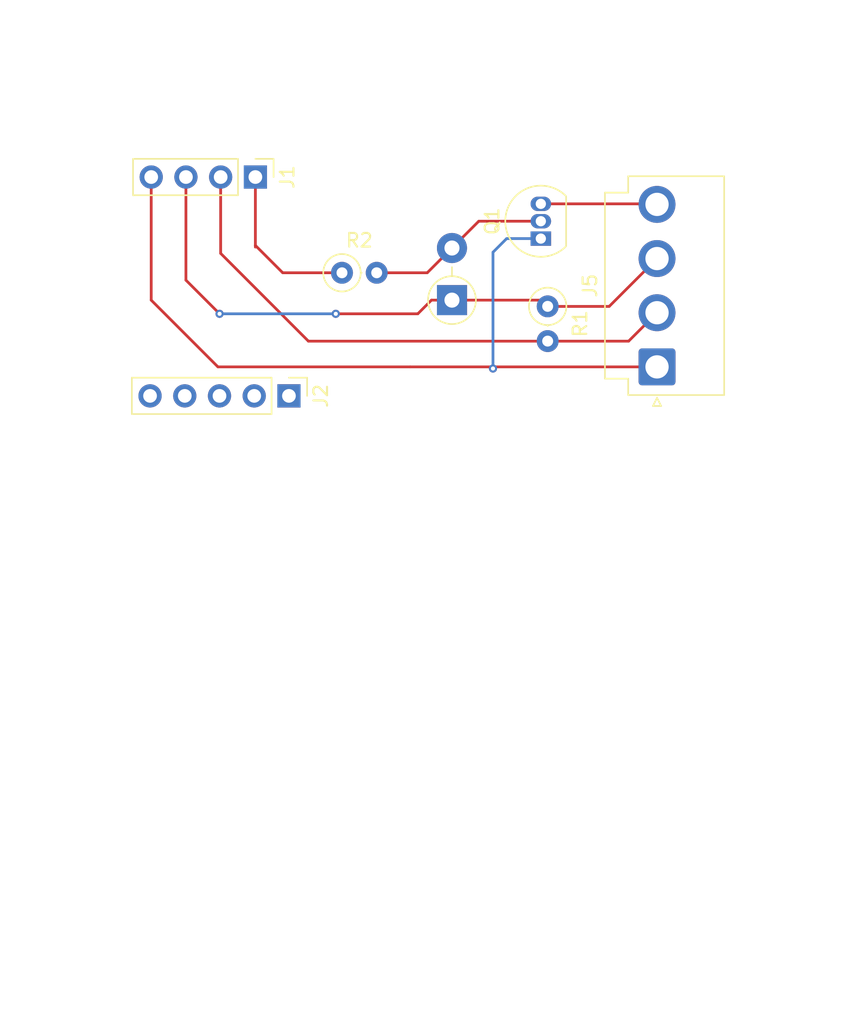
<source format=kicad_pcb>
(kicad_pcb (version 20240108) (generator "pcbnew") (generator_version "8.0")
  (layers (0 "F.Cu" signal) (31 "B.Cu" signal) (34 "B.Paste" user) (35 "F.Paste" user) (36 "B.SilkS" user "B.Silkscreen") (37 "F.SilkS" user "F.Silkscreen") (38 "B.Mask" user) (39 "F.Mask" user) (44 "Edge.Cuts" user))
  (net 0 "")
  (net 1 "+5V")
  (net 2 "Net-(D1-A)")
  (net 3 "/G21")
  (net 4 "/G25")
  (net 5 "GND")
  (net 6 "/G19")
  (net 7 "/G22")
  (net 8 "/G33")
  (net 9 "/3V3")
  (net 10 "/G23")
  (net 11 "Net-(J5-Pin_4)")
  (footprint "Resistor_THT:R_Axial_DIN0207_L6.3mm_D2.5mm_P2.54mm_Vertical" (layer "F.Cu") (at 110.455 51.5)
    (property "Reference" "R2" (at 1.27 -2.37 0) (layer "F.SilkS"))
    (property "Value" "1K")
    (fp_line (start 1.37 0) (end 1.44 0) (stroke (width 0.12)) (layer "F.SilkS"))
    (fp_circle (center 0 0) (end 1.37 0) (stroke (width 0.12)) (fill none) (layer "F.SilkS"))
    (pad "1" thru_hole circle (at 0 0) (size 1.6 1.6) (drill 0.8) (layers "*.Cu" "*.Mask") (net 4 "/G25"))
    (pad "2" thru_hole oval (at 2.54 0) (size 1.6 1.6) (drill 0.8) (layers "*.Cu" "*.Mask") (net 2 "Net-(D1-A)"))
  )
  (footprint "Package_TO_SOT_THT:TO-92_Inline" (layer "F.Cu") (at 125 49 90)
    (property "Reference" "Q1" (at 1.27 -3.56 90) (layer "F.SilkS"))
    (property "Value" "2N2222A")
    (fp_line (start -0.53 1.85) (end 3.07 1.85) (stroke (width 0.12)) (layer "F.SilkS"))
    (fp_arc (start 1.27 -2.6) (mid 3.672087 -0.994977) (end 3.108478 1.838478) (stroke (width 0.12)) (layer "F.SilkS"))
    (fp_arc (start -0.568478 1.838478) (mid -1.132087 -0.994977) (end 1.27 -2.6) (stroke (width 0.12)) (layer "F.SilkS"))
    (pad "1" thru_hole rect (at 0 0 90) (size 1.05 1.5) (drill 0.75) (layers "*.Cu" "*.Mask") (net 5 "GND"))
    (pad "2" thru_hole oval (at 1.27 0 90) (size 1.05 1.5) (drill 0.75) (layers "*.Cu" "*.Mask") (net 2 "Net-(D1-A)"))
    (pad "3" thru_hole oval (at 2.54 0 90) (size 1.05 1.5) (drill 0.75) (layers "*.Cu" "*.Mask") (net 11 "Net-(J5-Pin_4)"))
  )
  (footprint "Connector_JST:JST_VH_B4P-VH_1x04_P3.96mm_Vertical" (layer "F.Cu") (at 133.5 58.38 90)
    (property "Reference" "J5" (at 5.94 -4.9 90) (layer "F.SilkS"))
    (property "Value" "Screw_Terminal_01x04")
    (fp_line (start 12.74 -3.81) (end 12.74 -2.11) (stroke (width 0.12)) (layer "F.SilkS"))
    (fp_line (start -0.86 -3.81) (end 12.74 -3.81) (stroke (width 0.12)) (layer "F.SilkS"))
    (fp_line (start 13.94 -2.11) (end 13.94 4.91) (stroke (width 0.12)) (layer "F.SilkS"))
    (fp_line (start 12.74 -2.11) (end 13.94 -2.11) (stroke (width 0.12)) (layer "F.SilkS"))
    (fp_line (start -0.86 -2.11) (end -0.86 -3.81) (stroke (width 0.12)) (layer "F.SilkS"))
    (fp_line (start -2.06 -2.11) (end -0.86 -2.11) (stroke (width 0.12)) (layer "F.SilkS"))
    (fp_line (start -2.86 -0.3) (end -2.26 0) (stroke (width 0.12)) (layer "F.SilkS"))
    (fp_line (start -2.26 0) (end -2.86 0.3) (stroke (width 0.12)) (layer "F.SilkS"))
    (fp_line (start -2.86 0.3) (end -2.86 -0.3) (stroke (width 0.12)) (layer "F.SilkS"))
    (fp_line (start 13.94 4.91) (end -2.06 4.91) (stroke (width 0.12)) (layer "F.SilkS"))
    (fp_line (start -2.06 4.91) (end -2.06 -2.11) (stroke (width 0.12)) (layer "F.SilkS"))
    (pad "1" thru_hole roundrect (at 0 0 90) (size 2.7 2.7) (drill 1.7) (layers "*.Cu" "*.Mask") (roundrect_rratio 0.092593) (net 5 "GND"))
    (pad "2" thru_hole circle (at 3.96 0 90) (size 2.7 2.7) (drill 1.7) (layers "*.Cu" "*.Mask") (net 3 "/G21"))
    (pad "3" thru_hole circle (at 7.92 0 90) (size 2.7 2.7) (drill 1.7) (layers "*.Cu" "*.Mask") (net 1 "+5V"))
    (pad "4" thru_hole circle (at 11.88 0 90) (size 2.7 2.7) (drill 1.7) (layers "*.Cu" "*.Mask") (net 11 "Net-(J5-Pin_4)"))
  )
  (footprint "Connector_PinHeader_2.54mm:PinHeader_1x04_P2.54mm_Vertical" (layer "F.Cu") (at 104.12 44.5 -90)
    (property "Reference" "J1" (at 0 -2.33 90) (layer "F.SilkS"))
    (property "Value" "Conn_01x04_Pin")
    (fp_line (start -1.33 8.95) (end 1.33 8.95) (stroke (width 0.12)) (layer "F.SilkS"))
    (fp_line (start -1.33 1.27) (end -1.33 8.95) (stroke (width 0.12)) (layer "F.SilkS"))
    (fp_line (start -1.33 1.27) (end 1.33 1.27) (stroke (width 0.12)) (layer "F.SilkS"))
    (fp_line (start 1.33 1.27) (end 1.33 8.95) (stroke (width 0.12)) (layer "F.SilkS"))
    (fp_line (start -1.33 0) (end -1.33 -1.33) (stroke (width 0.12)) (layer "F.SilkS"))
    (fp_line (start -1.33 -1.33) (end 0 -1.33) (stroke (width 0.12)) (layer "F.SilkS"))
    (pad "1" thru_hole rect (at 0 0 270) (size 1.7 1.7) (drill 1) (layers "*.Cu" "*.Mask") (net 4 "/G25"))
    (pad "2" thru_hole oval (at 0 2.54 270) (size 1.7 1.7) (drill 1) (layers "*.Cu" "*.Mask") (net 3 "/G21"))
    (pad "3" thru_hole oval (at 0 5.08 270) (size 1.7 1.7) (drill 1) (layers "*.Cu" "*.Mask") (net 1 "+5V"))
    (pad "4" thru_hole oval (at 0 7.62 270) (size 1.7 1.7) (drill 1) (layers "*.Cu" "*.Mask") (net 5 "GND"))
  )
  (footprint "Resistor_THT:R_Axial_DIN0207_L6.3mm_D2.5mm_P2.54mm_Vertical" (layer "F.Cu") (at 125.5 53.955 -90)
    (property "Reference" "R1" (at 1.27 -2.37 90) (layer "F.SilkS"))
    (property "Value" "10K")
    (fp_line (start 1.37 0) (end 1.44 0) (stroke (width 0.12)) (layer "F.SilkS"))
    (fp_circle (center 0 0) (end 1.37 0) (stroke (width 0.12)) (fill none) (layer "F.SilkS"))
    (pad "1" thru_hole circle (at 0 0 270) (size 1.6 1.6) (drill 0.8) (layers "*.Cu" "*.Mask") (net 1 "+5V"))
    (pad "2" thru_hole oval (at 2.54 0 270) (size 1.6 1.6) (drill 0.8) (layers "*.Cu" "*.Mask") (net 3 "/G21"))
  )
  (footprint "Connector_PinHeader_2.54mm:PinHeader_1x05_P2.54mm_Vertical" (layer "F.Cu") (at 106.575 60.5 -90)
    (property "Reference" "J2" (at 0 -2.33 90) (layer "F.SilkS"))
    (property "Value" "Conn_01x05_Pin")
    (fp_line (start -1.33 11.49) (end 1.33 11.49) (stroke (width 0.12)) (layer "F.SilkS"))
    (fp_line (start -1.33 1.27) (end -1.33 11.49) (stroke (width 0.12)) (layer "F.SilkS"))
    (fp_line (start -1.33 1.27) (end 1.33 1.27) (stroke (width 0.12)) (layer "F.SilkS"))
    (fp_line (start 1.33 1.27) (end 1.33 11.49) (stroke (width 0.12)) (layer "F.SilkS"))
    (fp_line (start -1.33 0) (end -1.33 -1.33) (stroke (width 0.12)) (layer "F.SilkS"))
    (fp_line (start -1.33 -1.33) (end 0 -1.33) (stroke (width 0.12)) (layer "F.SilkS"))
    (pad "1" thru_hole rect (at 0 0 270) (size 1.7 1.7) (drill 1) (layers "*.Cu" "*.Mask") (net 9 "/3V3"))
    (pad "2" thru_hole oval (at 0 2.54 270) (size 1.7 1.7) (drill 1) (layers "*.Cu" "*.Mask") (net 7 "/G22"))
    (pad "3" thru_hole oval (at 0 5.08 270) (size 1.7 1.7) (drill 1) (layers "*.Cu" "*.Mask") (net 6 "/G19"))
    (pad "4" thru_hole oval (at 0 7.62 270) (size 1.7 1.7) (drill 1) (layers "*.Cu" "*.Mask") (net 10 "/G23"))
    (pad "5" thru_hole oval (at 0 10.16 270) (size 1.7 1.7) (drill 1) (layers "*.Cu" "*.Mask") (net 8 "/G33"))
  )
  (footprint "Diode_THT:D_DO-41_SOD81_P3.81mm_Vertical_AnodeUp" (layer "F.Cu") (at 118.5 53.5 90)
    (property "Reference" "D1" (hide yes))
    (property "Value" "1N4001")
    (fp_line (start 1.750635 0) (end 2.41 0) (stroke (width 0.12)) (layer "F.SilkS"))
    (fp_circle (center 0 0) (end 1.750635 0) (stroke (width 0.12)) (fill none) (layer "F.SilkS"))
    (pad "1" thru_hole rect (at 0 0 90) (size 2.2 2.2) (drill 1.1) (layers "*.Cu" "*.Mask") (net 1 "+5V"))
    (pad "2" thru_hole oval (at 3.81 0 90) (size 2.2 2.2) (drill 1.1) (layers "*.Cu" "*.Mask") (net 2 "Net-(D1-A)"))
  )
  (segment (start 110 54.5) (end 116 54.5) (width 0.2) (layer "F.Cu") (net 1))
  (segment (start 99.04 52.04) (end 99.04 44.5) (width 0.2) (layer "F.Cu") (net 1))
  (segment (start 118.5 53.5) (end 125.045 53.5) (width 0.2) (layer "F.Cu") (net 1))
  (segment (start 125.04 53.5) (end 125.5 53.96) (width 0.2) (layer "F.Cu") (net 1))
  (segment (start 125.5 53.96) (end 130 53.96) (width 0.2) (layer "F.Cu") (net 1))
  (segment (start 130 53.96) (end 133.5 50.46) (width 0.2) (layer "F.Cu") (net 1))
  (segment (start 125.045 53.5) (end 125.5 53.955) (width 0.2) (layer "F.Cu") (net 1))
  (segment (start 101.5 54.5) (end 99.04 52.04) (width 0.2) (layer "F.Cu") (net 1))
  (segment (start 117 53.5) (end 118.5 53.5) (width 0.2) (layer "F.Cu") (net 1))
  (segment (start 116 54.5) (end 117 53.5) (width 0.2) (layer "F.Cu") (net 1))
  (via (at 110 54.5) (size 0.6) (drill 0.3) (layers "F.Cu" "B.Cu") (net 1))
  (via (at 101.5 54.5) (size 0.6) (drill 0.3) (layers "F.Cu" "B.Cu") (net 1))
  (segment (start 101.5 54.5) (end 110 54.5) (width 0.2) (layer "B.Cu") (net 1))
  (segment (start 120.46 47.73) (end 124.86 47.73) (width 0.2) (layer "F.Cu") (net 2))
  (segment (start 112.995 51.5) (end 116.69 51.5) (width 0.2) (layer "F.Cu") (net 2))
  (segment (start 118.5 49.69) (end 120.46 47.73) (width 0.2) (layer "F.Cu") (net 2))
  (segment (start 116.69 51.5) (end 118.5 49.69) (width 0.2) (layer "F.Cu") (net 2))
  (segment (start 101.58 44.5) (end 101.58 50.08) (width 0.2) (layer "F.Cu") (net 3))
  (segment (start 101.58 50.08) (end 108 56.5) (width 0.2) (layer "F.Cu") (net 3))
  (segment (start 131.42 56.5) (end 133.5 54.42) (width 0.2) (layer "F.Cu") (net 3))
  (segment (start 125.5 56.5) (end 131.42 56.5) (width 0.2) (layer "F.Cu") (net 3))
  (segment (start 108 56.5) (end 125.5 56.5) (width 0.2) (layer "F.Cu") (net 3))
  (segment (start 104.12 49.5) (end 106.12 51.5) (width 0.2) (layer "F.Cu") (net 4))
  (segment (start 106.12 51.5) (end 110.455 51.5) (width 0.2) (layer "F.Cu") (net 4))
  (segment (start 104.12 44.5) (end 104.12 49.5) (width 0.2) (layer "F.Cu") (net 4))
  (segment (start 104.12 49.5) (end 104.12 49.62) (width 0.2) (layer "F.Cu") (net 4))
  (segment (start 96.5 53.5) (end 96.5 44.5) (width 0.2) (layer "F.Cu") (net 5))
  (segment (start 115.424929 58.38) (end 101.38 58.38) (width 0.2) (layer "F.Cu") (net 5))
  (segment (start 121.62 58.38) (end 121.5 58.5) (width 0.2) (layer "F.Cu") (net 5))
  (segment (start 121.5 58.5) (end 121.38 58.38) (width 0.2) (layer "F.Cu") (net 5))
  (segment (start 133.5 58.38) (end 121.62 58.38) (width 0.2) (layer "F.Cu") (net 5))
  (segment (start 101.38 58.38) (end 96.5 53.5) (width 0.2) (layer "F.Cu") (net 5))
  (segment (start 121.38 58.38) (end 115.462047 58.38) (width 0.2) (layer "F.Cu") (net 5))
  (via (at 121.5 58.5) (size 0.6) (drill 0.3) (layers "F.Cu" "B.Cu") (net 5))
  (segment (start 121.5 58.5) (end 121.5 50) (width 0.2) (layer "B.Cu") (net 5))
  (segment (start 121.5 50) (end 122.5 49) (width 0.2) (layer "B.Cu") (net 5))
  (segment (start 122.5 49) (end 124.86 49) (width 0.2) (layer "B.Cu") (net 5))
  (segment (start 124.86 46.46) (end 133.46 46.46) (width 0.2) (layer "F.Cu") (net 11))
  (segment (start 133.46 46.46) (end 133.5 46.5) (width 0.2) (layer "F.Cu") (net 11))
)
</source>
